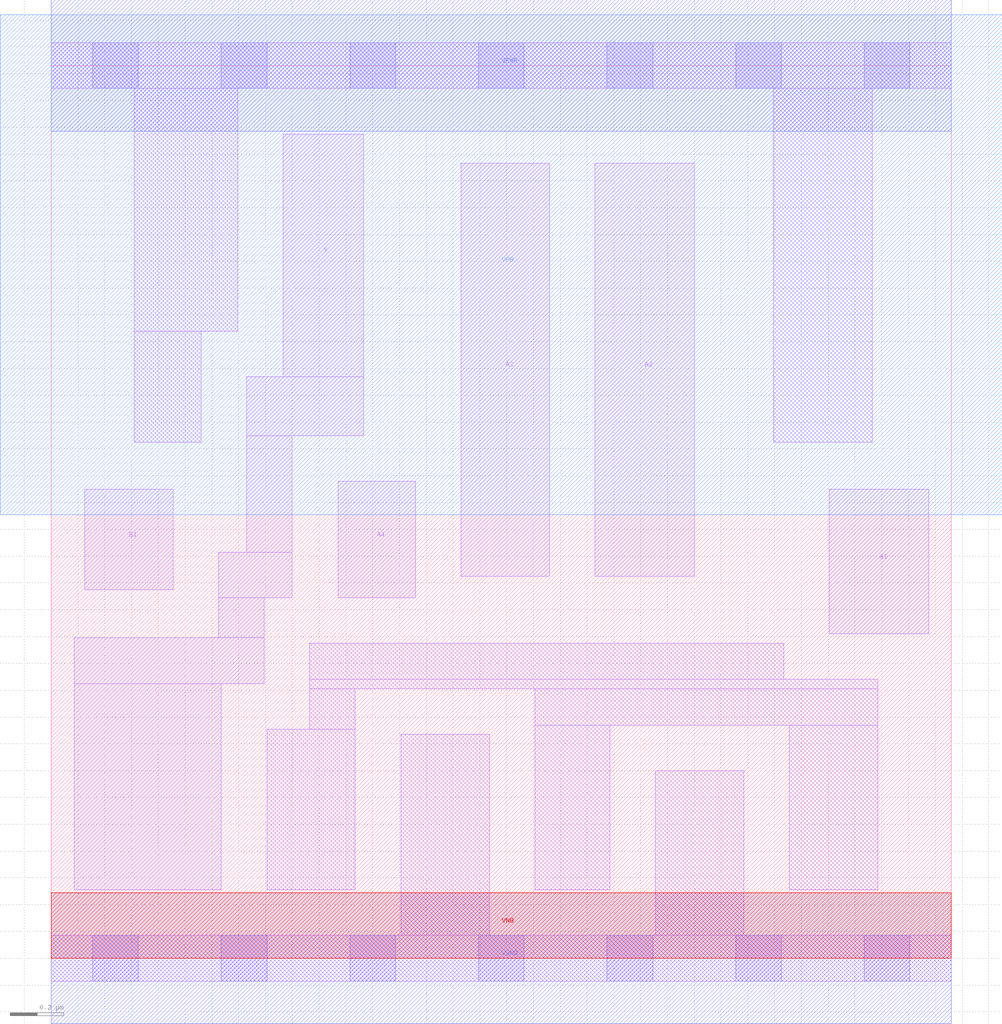
<source format=lef>
# Copyright 2020 The SkyWater PDK Authors
#
# Licensed under the Apache License, Version 2.0 (the "License");
# you may not use this file except in compliance with the License.
# You may obtain a copy of the License at
#
#     https://www.apache.org/licenses/LICENSE-2.0
#
# Unless required by applicable law or agreed to in writing, software
# distributed under the License is distributed on an "AS IS" BASIS,
# WITHOUT WARRANTIES OR CONDITIONS OF ANY KIND, either express or implied.
# See the License for the specific language governing permissions and
# limitations under the License.
#
# SPDX-License-Identifier: Apache-2.0

VERSION 5.7 ;
  NOWIREEXTENSIONATPIN ON ;
  DIVIDERCHAR "/" ;
  BUSBITCHARS "[]" ;
MACRO sky130_fd_sc_lp__o41ai_1
  CLASS CORE ;
  FOREIGN sky130_fd_sc_lp__o41ai_1 ;
  ORIGIN  0.000000  0.000000 ;
  SIZE  3.360000 BY  3.330000 ;
  SYMMETRY X Y R90 ;
  SITE unit ;
  PIN A1
    ANTENNAGATEAREA  0.315000 ;
    DIRECTION INPUT ;
    USE SIGNAL ;
    PORT
      LAYER li1 ;
        RECT 2.905000 1.210000 3.275000 1.750000 ;
    END
  END A1
  PIN A2
    ANTENNAGATEAREA  0.315000 ;
    DIRECTION INPUT ;
    USE SIGNAL ;
    PORT
      LAYER li1 ;
        RECT 2.030000 1.425000 2.400000 2.965000 ;
    END
  END A2
  PIN A3
    ANTENNAGATEAREA  0.315000 ;
    DIRECTION INPUT ;
    USE SIGNAL ;
    PORT
      LAYER li1 ;
        RECT 1.530000 1.425000 1.860000 2.965000 ;
    END
  END A3
  PIN A4
    ANTENNAGATEAREA  0.315000 ;
    DIRECTION INPUT ;
    USE SIGNAL ;
    PORT
      LAYER li1 ;
        RECT 1.070000 1.345000 1.360000 1.780000 ;
    END
  END A4
  PIN B1
    ANTENNAGATEAREA  0.315000 ;
    DIRECTION INPUT ;
    USE SIGNAL ;
    PORT
      LAYER li1 ;
        RECT 0.125000 1.375000 0.455000 1.750000 ;
    END
  END B1
  PIN Y
    ANTENNADIFFAREA  0.714000 ;
    DIRECTION OUTPUT ;
    USE SIGNAL ;
    PORT
      LAYER li1 ;
        RECT 0.085000 0.255000 0.635000 1.025000 ;
        RECT 0.085000 1.025000 0.795000 1.195000 ;
        RECT 0.625000 1.195000 0.795000 1.345000 ;
        RECT 0.625000 1.345000 0.900000 1.515000 ;
        RECT 0.730000 1.515000 0.900000 1.950000 ;
        RECT 0.730000 1.950000 1.165000 2.170000 ;
        RECT 0.865000 2.170000 1.165000 3.075000 ;
    END
  END Y
  PIN VGND
    DIRECTION INOUT ;
    USE GROUND ;
    PORT
      LAYER met1 ;
        RECT 0.000000 -0.245000 3.360000 0.245000 ;
    END
  END VGND
  PIN VNB
    DIRECTION INOUT ;
    USE GROUND ;
    PORT
      LAYER pwell ;
        RECT 0.000000 0.000000 3.360000 0.245000 ;
    END
  END VNB
  PIN VPB
    DIRECTION INOUT ;
    USE POWER ;
    PORT
      LAYER nwell ;
        RECT -0.190000 1.655000 3.550000 3.520000 ;
    END
  END VPB
  PIN VPWR
    DIRECTION INOUT ;
    USE POWER ;
    PORT
      LAYER met1 ;
        RECT 0.000000 3.085000 3.360000 3.575000 ;
    END
  END VPWR
  OBS
    LAYER li1 ;
      RECT 0.000000 -0.085000 3.360000 0.085000 ;
      RECT 0.000000  3.245000 3.360000 3.415000 ;
      RECT 0.310000  1.925000 0.560000 2.340000 ;
      RECT 0.310000  2.340000 0.695000 3.245000 ;
      RECT 0.805000  0.255000 1.135000 0.855000 ;
      RECT 0.965000  0.855000 1.135000 1.005000 ;
      RECT 0.965000  1.005000 3.085000 1.040000 ;
      RECT 0.965000  1.040000 2.735000 1.175000 ;
      RECT 1.305000  0.085000 1.635000 0.835000 ;
      RECT 1.805000  0.255000 2.085000 0.870000 ;
      RECT 1.805000  0.870000 3.085000 1.005000 ;
      RECT 2.255000  0.085000 2.585000 0.700000 ;
      RECT 2.695000  1.925000 3.065000 3.245000 ;
      RECT 2.755000  0.255000 3.085000 0.870000 ;
    LAYER mcon ;
      RECT 0.155000 -0.085000 0.325000 0.085000 ;
      RECT 0.155000  3.245000 0.325000 3.415000 ;
      RECT 0.635000 -0.085000 0.805000 0.085000 ;
      RECT 0.635000  3.245000 0.805000 3.415000 ;
      RECT 1.115000 -0.085000 1.285000 0.085000 ;
      RECT 1.115000  3.245000 1.285000 3.415000 ;
      RECT 1.595000 -0.085000 1.765000 0.085000 ;
      RECT 1.595000  3.245000 1.765000 3.415000 ;
      RECT 2.075000 -0.085000 2.245000 0.085000 ;
      RECT 2.075000  3.245000 2.245000 3.415000 ;
      RECT 2.555000 -0.085000 2.725000 0.085000 ;
      RECT 2.555000  3.245000 2.725000 3.415000 ;
      RECT 3.035000 -0.085000 3.205000 0.085000 ;
      RECT 3.035000  3.245000 3.205000 3.415000 ;
  END
END sky130_fd_sc_lp__o41ai_1
END LIBRARY

</source>
